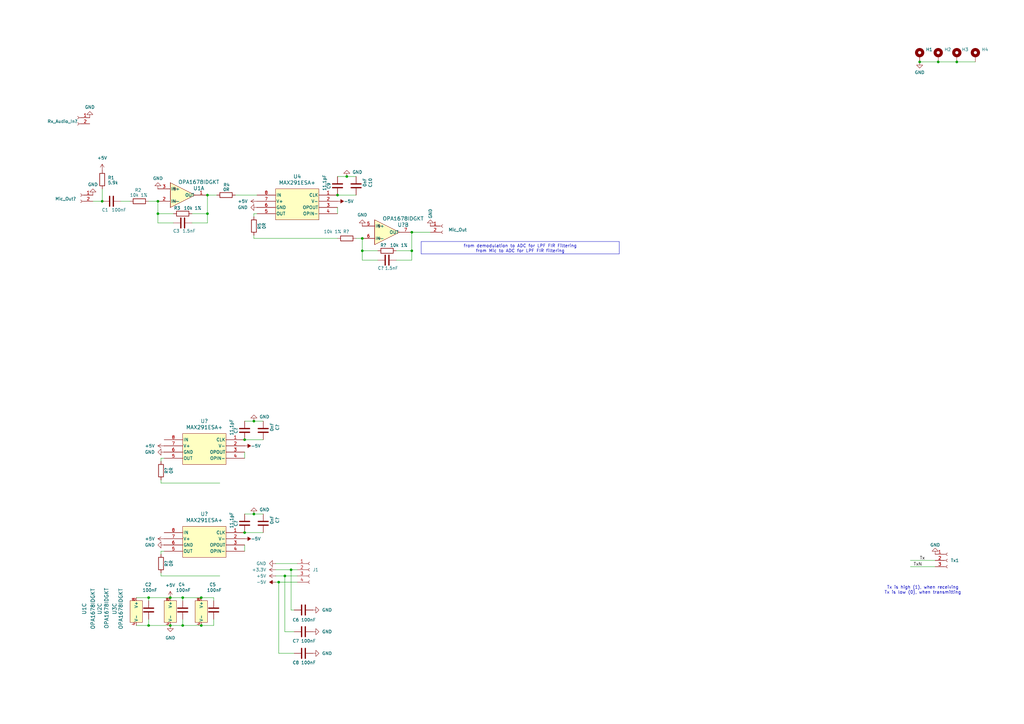
<source format=kicad_sch>
(kicad_sch (version 20231120) (generator "eeschema") (generator_version "8.0")
  (paper "A3")
  (title_block (title "Phasor Radio: Aliasing ") (date "2024-12-13") (rev "Aliasing v1.0") (company "Stefan Meyre, HB9GZE") (comment 1 "helper board for ADC signal conditioning and DAC switching"))
  (junction (at 577.85 118.11))
  (junction (at 74.93 256.54))
  (junction (at 100.33 218.44))
  (junction (at 85.09 87.63))
  (junction (at 60.96 256.54))
  (junction (at 528.32 -167.64))
  (junction (at 392.43 25.4))
  (junction (at 537.21 109.22))
  (junction (at 148.59 102.87))
  (junction (at 584.2 212.09))
  (junction (at 502.92 -167.64))
  (junction (at 516.89 44.45))
  (junction (at 74.93 245.11))
  (junction (at 476.25 16.51))
  (junction (at 537.21 138.43))
  (junction (at 100.33 180.34))
  (junction (at 138.43 80.01))
  (junction (at 553.72 -215.9))
  (junction (at 553.72 -208.28))
  (junction (at 384.81 25.4))
  (junction (at 168.91 102.87))
  (junction (at 116.84 236.22))
  (junction (at 566.42 -195.58))
  (junction (at 476.25 33.02))
  (junction (at 528.32 -162.56))
  (junction (at 69.85 245.11))
  (junction (at 85.09 80.01))
  (junction (at 514.35 -45.72))
  (junction (at 557.53 118.11))
  (junction (at 104.14 172.72))
  (junction (at 82.55 256.54))
  (junction (at 515.62 -107.95))
  (junction (at 82.55 245.11))
  (junction (at 142.24 72.39))
  (junction (at 557.53 147.32))
  (junction (at 69.85 256.54))
  (junction (at 588.01 212.09))
  (junction (at 553.72 -223.52))
  (junction (at 119.38 233.68))
  (junction (at 64.77 82.55))
  (junction (at 168.91 95.25))
  (junction (at 577.85 109.22))
  (junction (at 516.89 93.98))
  (junction (at 495.3 -107.95))
  (junction (at 544.83 -195.58))
  (junction (at 148.59 97.79))
  (junction (at 594.36 21.59))
  (junction (at 41.91 82.55))
  (junction (at 584.2 219.71))
  (junction (at 514.35 -39.37))
  (junction (at 577.85 147.32))
  (junction (at 377.19 25.4))
  (junction (at 549.91 -146.05))
  (junction (at 515.62 -113.03))
  (junction (at 535.94 -96.52))
  (junction (at 541.02 -146.05))
  (junction (at 476.25 66.04))
  (junction (at 548.64 -215.9))
  (junction (at 541.02 -152.4))
  (junction (at 506.73 -39.37))
  (junction (at 476.25 83.82))
  (junction (at 598.17 111.76))
  (junction (at 598.17 140.97))
  (junction (at 60.96 245.11))
  (junction (at 577.85 138.43))
  (junction (at 114.3 238.76))
  (junction (at 104.14 210.82))
  (junction (at 64.77 87.63))
  (junction (at 504.19 104.14))
  (no_connect (at 491.49 31.75))
  (no_connect (at 491.49 81.28))
  (no_connect (at 516.89 39.37))
  (no_connect (at 516.89 81.28))
  (no_connect (at 516.89 83.82))
  (no_connect (at 516.89 88.9))
  (no_connect (at 516.89 31.75))
  (no_connect (at 516.89 34.29))
  (wire (pts (xy 528.32 -165.1) (xy 528.32 -162.56)))
  (wire (pts (xy 495.3 -177.8) (xy 495.3 -180.34)))
  (wire (pts (xy 499.11 -91.44) (xy 495.3 -91.44)))
  (wire (pts (xy 570.23 -205.74) (xy 568.96 -205.74)))
  (wire (pts (xy 113.03 231.14) (xy 121.92 231.14)))
  (wire (pts (xy 585.47 -76.2) (xy 585.47 -69.85)))
  (wire (pts (xy 594.36 21.59) (xy 594.36 24.13)))
  (wire (pts (xy 607.06 140.97) (xy 609.6 140.97)))
  (wire (pts (xy 535.94 -81.28) (xy 535.94 -74.93)))
  (wire (pts (xy 598.17 -205.74) (xy 605.79 -205.74)))
  (wire (pts (xy 168.91 106.68) (xy 168.91 102.87)))
  (wire (pts (xy 598.17 130.81) (xy 598.17 135.89)))
  (wire (pts (xy 585.47 -90.17) (xy 585.47 -86.36)))
  (wire (pts (xy 557.53 118.11) (xy 563.88 118.11)))
  (wire (pts (xy 515.62 -107.95) (xy 538.48 -107.95)))
  (wire (pts (xy 482.6 -107.95) (xy 495.3 -107.95)))
  (wire (pts (xy 549.91 147.32) (xy 557.53 147.32)))
  (wire (pts (xy 599.44 111.76) (xy 598.17 111.76)))
  (wire (pts (xy 566.42 -195.58) (xy 566.42 -187.96)))
  (wire (pts (xy 557.53 140.97) (xy 557.53 147.32)))
  (wire (pts (xy 544.83 -215.9) (xy 544.83 -205.74)))
  (wire (pts (xy 495.3 -91.44) (xy 495.3 -107.95)))
  (wire (pts (xy 495.3 -107.95) (xy 515.62 -107.95)))
  (wire (pts (xy 487.68 73.66) (xy 487.68 83.82)))
  (wire (pts (xy 549.91 118.11) (xy 557.53 118.11)))
  (wire (pts (xy 607.06 111.76) (xy 609.6 111.76)))
  (wire (pts (xy 598.17 101.6) (xy 598.17 106.68)))
  (wire (pts (xy 485.14 -165.1) (xy 502.92 -165.1)))
  (wire (pts (xy 113.03 233.68) (xy 119.38 233.68)))
  (wire (pts (xy 577.85 212.09) (xy 584.2 212.09)))
  (wire (pts (xy 472.44 83.82) (xy 476.25 83.82)))
  (wire (pts (xy 516.89 44.45) (xy 521.97 44.45)))
  (wire (pts (xy 617.22 140.97) (xy 619.76 140.97)))
  (wire (pts (xy 598.17 111.76) (xy 598.17 118.11)))
  (wire (pts (xy 55.88 256.54) (xy 60.96 256.54)))
  (wire (pts (xy 570.23 -198.12) (xy 568.96 -198.12)))
  (wire (pts (xy 544.83 93.98) (xy 544.83 24.13)))
  (wire (pts (xy 528.32 -162.56) (xy 528.32 -160.02)))
  (wire (pts (xy 549.91 -83.82) (xy 558.8 -83.82)))
  (wire (pts (xy 85.09 87.63) (xy 85.09 80.01)))
  (wire (pts (xy 548.64 -208.28) (xy 553.72 -208.28)))
  (wire (pts (xy 492.76 -73.66) (xy 539.75 -73.66)))
  (wire (pts (xy 66.04 198.12) (xy 90.17 198.12)))
  (wire (pts (xy 530.86 73.66) (xy 516.89 73.66)))
  (wire (pts (xy 501.65 54.61) (xy 504.19 54.61)))
  (wire (pts (xy 584.2 219.71) (xy 588.01 219.71)))
  (wire (pts (xy 581.66 -102.87) (xy 574.04 -102.87)))
  (wire (pts (xy 148.59 102.87) (xy 154.94 102.87)))
  (wire (pts (xy 566.42 -195.58) (xy 570.23 -195.58)))
  (wire (pts (xy 585.47 -111.76) (xy 585.47 -107.95)))
  (wire (pts (xy 544.83 -198.12) (xy 544.83 -195.58)))
  (wire (pts (xy 516.89 68.58) (xy 565.15 68.58)))
  (wire (pts (xy 162.56 106.68) (xy 168.91 106.68)))
  (wire (pts (xy 584.2 -36.83) (xy 584.2 -34.29)))
  (wire (pts (xy 74.93 254) (xy 74.93 256.54)))
  (wire (pts (xy 514.35 -45.72) (xy 514.35 -39.37)))
  (wire (pts (xy 69.85 245.11) (xy 74.93 245.11)))
  (wire (pts (xy 497.84 -21.59) (xy 504.19 -21.59)))
  (wire (pts (xy 617.22 111.76) (xy 619.76 111.76)))
  (wire (pts (xy 541.02 -143.51) (xy 541.02 -134.62)))
  (wire (pts (xy 476.25 66.04) (xy 480.06 66.04)))
  (wire (pts (xy 571.5 118.11) (xy 577.85 118.11)))
  (wire (pts (xy 487.68 33.02) (xy 487.68 24.13)))
  (wire (pts (xy 116.84 236.22) (xy 121.92 236.22)))
  (wire (pts (xy 87.63 246.38) (xy 87.63 245.11)))
  (wire (pts (xy 373.38 229.87) (xy 383.54 229.87)))
  (wire (pts (xy 491.49 -93.98) (xy 499.11 -93.98)))
  (wire (pts (xy 104.14 97.79) (xy 138.43 97.79)))
  (wire (pts (xy 537.21 16.51) (xy 516.89 16.51)))
  (wire (pts (xy 66.04 198.12) (xy 66.04 196.85)))
  (wire (pts (xy 87.63 254) (xy 87.63 256.54)))
  (wire (pts (xy 568.96 -203.2) (xy 570.23 -203.2)))
  (wire (pts (xy 491.49 -74.93) (xy 491.49 -93.98)))
  (wire (pts (xy 85.09 91.44) (xy 85.09 87.63)))
  (wire (pts (xy 66.04 236.22) (xy 66.04 234.95)))
  (wire (pts (xy 107.95 210.82) (xy 104.14 210.82)))
  (wire (pts (xy 78.74 87.63) (xy 85.09 87.63)))
  (wire (pts (xy 595.63 -229.87) (xy 595.63 -226.06)))
  (wire (pts (xy 557.53 147.32) (xy 563.88 147.32)))
  (wire (pts (xy 537.21 16.51) (xy 537.21 109.22)))
  (wire (pts (xy 74.93 245.11) (xy 82.55 245.11)))
  (wire (pts (xy 468.63 -20.32) (xy 471.17 -20.32)))
  (wire (pts (xy 535.94 -83.82) (xy 542.29 -83.82)))
  (wire (pts (xy 571.5 147.32) (xy 577.85 147.32)))
  (wire (pts (xy 66.04 187.96) (xy 67.31 187.96)))
  (wire (pts (xy 100.33 210.82) (xy 104.14 210.82)))
  (wire (pts (xy 516.89 93.98) (xy 516.89 96.52)))
  (wire (pts (xy 64.77 82.55) (xy 64.77 87.63)))
  (wire (pts (xy 113.03 238.76) (xy 114.3 238.76)))
  (wire (pts (xy 495.3 -34.29) (xy 504.19 -34.29)))
  (wire (pts (xy 577.85 118.11) (xy 577.85 109.22)))
  (wire (pts (xy 496.57 -160.02) (xy 502.92 -160.02)))
  (wire (pts (xy 537.21 138.43) (xy 524.51 138.43)))
  (wire (pts (xy 146.05 97.79) (xy 148.59 97.79)))
  (wire (pts (xy 495.3 -170.18) (xy 495.3 -167.64)))
  (wire (pts (xy 514.35 -113.03) (xy 515.62 -113.03)))
  (wire (pts (xy 582.93 118.11) (xy 577.85 118.11)))
  (wire (pts (xy 487.68 66.04) (xy 491.49 66.04)))
  (wire (pts (xy 528.32 -177.8) (xy 528.32 -167.64)))
  (wire (pts (xy 544.83 -215.9) (xy 548.64 -215.9)))
  (wire (pts (xy 392.43 25.4) (xy 400.05 25.4)))
  (wire (pts (xy 138.43 72.39) (xy 142.24 72.39)))
  (wire (pts (xy 598.17 -193.04) (xy 598.17 -187.96)))
  (wire (pts (xy 514.35 -39.37) (xy 519.43 -39.37)))
  (wire (pts (xy 148.59 102.87) (xy 148.59 106.68)))
  (wire (pts (xy 537.21 147.32) (xy 537.21 138.43)))
  (wire (pts (xy 542.29 -146.05) (xy 541.02 -146.05)))
  (wire (pts (xy 41.91 77.47) (xy 41.91 82.55)))
  (wire (pts (xy 114.3 267.97) (xy 120.65 267.97)))
  (wire (pts (xy 60.96 245.11) (xy 69.85 245.11)))
  (wire (pts (xy 168.91 95.25) (xy 176.53 95.25)))
  (wire (pts (xy 537.21 118.11) (xy 542.29 118.11)))
  (wire (pts (xy 524.51 -195.58) (xy 537.21 -195.58)))
  (wire (pts (xy 516.89 93.98) (xy 521.97 93.98)))
  (wire (pts (xy 584.2 212.09) (xy 588.01 212.09)))
  (wire (pts (xy 535.94 -96.52) (xy 535.94 -93.98)))
  (wire (pts (xy 530.86 124.46) (xy 530.86 73.66)))
  (wire (pts (xy 497.84 -5.08) (xy 497.84 -21.59)))
  (wire (pts (xy 516.89 91.44) (xy 516.89 93.98)))
  (wire (pts (xy 488.95 -83.82) (xy 499.11 -83.82)))
  (wire (pts (xy 60.96 245.11) (xy 60.96 246.38)))
  (wire (pts (xy 541.02 -143.51) (xy 537.21 -143.51)))
  (wire (pts (xy 113.03 236.22) (xy 116.84 236.22)))
  (wire (pts (xy 595.63 -226.06) (xy 601.98 -226.06)))
  (wire (pts (xy 119.38 233.68) (xy 121.92 233.68)))
  (wire (pts (xy 577.85 138.43) (xy 577.85 147.32)))
  (wire (pts (xy 561.34 -208.28) (xy 570.23 -208.28)))
  (wire (pts (xy 476.25 33.02) (xy 480.06 33.02)))
  (wire (pts (xy 544.83 24.13) (xy 516.89 24.13)))
  (wire (pts (xy 74.93 256.54) (xy 82.55 256.54)))
  (wire (pts (xy 116.84 236.22) (xy 116.84 259.08)))
  (wire (pts (xy 577.85 109.22) (xy 577.85 93.98)))
  (wire (pts (xy 107.95 172.72) (xy 104.14 172.72)))
  (wire (pts (xy 599.44 -195.58) (xy 598.17 -195.58)))
  (wire (pts (xy 472.44 33.02) (xy 476.25 33.02)))
  (wire (pts (xy 516.89 66.04) (xy 524.51 66.04)))
  (wire (pts (xy 561.34 -195.58) (xy 566.42 -195.58)))
  (wire (pts (xy 60.96 82.55) (xy 64.77 82.55)))
  (wire (pts (xy 581.66 -81.28) (xy 574.04 -81.28)))
  (wire (pts (xy 577.85 138.43) (xy 577.85 124.46)))
  (wire (pts (xy 541.02 -152.4) (xy 541.02 -146.05)))
  (wire (pts (xy 553.72 -223.52) (xy 598.17 -223.52)))
  (wire (pts (xy 570.23 -200.66) (xy 568.96 -200.66)))
  (wire (pts (xy 502.92 -167.64) (xy 502.92 -177.8)))
  (wire (pts (xy 64.77 87.63) (xy 64.77 91.44)))
  (wire (pts (xy 100.33 185.42) (xy 100.33 187.96)))
  (wire (pts (xy 66.04 236.22) (xy 90.17 236.22)))
  (wire (pts (xy 492.76 -86.36) (xy 492.76 -73.66)))
  (wire (pts (xy 542.29 147.32) (xy 537.21 147.32)))
  (wire (pts (xy 598.17 118.11) (xy 590.55 118.11)))
  (wire (pts (xy 585.47 21.59) (xy 594.36 21.59)))
  (wire (pts (xy 598.17 140.97) (xy 598.17 147.32)))
  (wire (pts (xy 529.59 -31.75) (xy 543.56 -31.75)))
  (wire (pts (xy 116.84 259.08) (xy 120.65 259.08)))
  (wire (pts (xy 491.49 73.66) (xy 487.68 73.66)))
  (wire (pts (xy 476.25 -55.88) (xy 495.3 -55.88)))
  (wire (pts (xy 373.38 232.41) (xy 383.54 232.41)))
  (wire (pts (xy 537.21 109.22) (xy 537.21 118.11)))
  (wire (pts (xy 38.1 82.55) (xy 41.91 82.55)))
  (wire (pts (xy 487.68 16.51) (xy 491.49 16.51)))
  (wire (pts (xy 481.33 -83.82) (xy 474.98 -83.82)))
  (wire (pts (xy 502.92 -177.8) (xy 511.81 -177.8)))
  (wire (pts (xy 501.65 104.14) (xy 504.19 104.14)))
  (wire (pts (xy 107.95 218.44) (xy 100.33 218.44)))
  (wire (pts (xy 577.85 124.46) (xy 530.86 124.46)))
  (wire (pts (xy 516.89 44.45) (xy 516.89 46.99)))
  (wire (pts (xy 527.05 -134.62) (xy 541.02 -134.62)))
  (wire (pts (xy 100.33 223.52) (xy 100.33 226.06)))
  (wire (pts (xy 119.38 250.19) (xy 119.38 233.68)))
  (wire (pts (xy 598.17 -200.66) (xy 599.44 -200.66)))
  (wire (pts (xy 85.09 80.01) (xy 88.9 80.01)))
  (wire (pts (xy 535.94 -96.52) (xy 541.02 -96.52)))
  (wire (pts (xy 557.53 101.6) (xy 557.53 106.68)))
  (wire (pts (xy 78.74 91.44) (xy 85.09 91.44)))
  (wire (pts (xy 495.3 -55.88) (xy 495.3 -34.29)))
  (wire (pts (xy 82.55 245.11) (xy 87.63 245.11)))
  (wire (pts (xy 497.84 -134.62) (xy 519.43 -134.62)))
  (wire (pts (xy 60.96 254) (xy 60.96 256.54)))
  (wire (pts (xy 55.88 245.11) (xy 60.96 245.11)))
  (wire (pts (xy 548.64 -215.9) (xy 553.72 -215.9)))
  (wire (pts (xy 504.19 -19.05) (xy 504.19 -2.54)))
  (wire (pts (xy 557.53 111.76) (xy 557.53 118.11)))
  (wire (pts (xy 524.51 138.43) (xy 524.51 66.04)))
  (wire (pts (xy 553.72 -195.58) (xy 544.83 -195.58)))
  (wire (pts (xy 542.29 -152.4) (xy 541.02 -152.4)))
  (wire (pts (xy 107.95 180.34) (xy 100.33 180.34)))
  (wire (pts (xy 539.75 -91.44) (xy 535.94 -91.44)))
  (wire (pts (xy 146.05 80.01) (xy 138.43 80.01)))
  (wire (pts (xy 66.04 226.06) (xy 66.04 227.33)))
  (wire (pts (xy 69.85 256.54) (xy 74.93 256.54)))
  (wire (pts (xy 541.02 -153.67) (xy 541.02 -152.4)))
  (wire (pts (xy 519.43 -177.8) (xy 528.32 -177.8)))
  (wire (pts (xy 472.44 66.04) (xy 476.25 66.04)))
  (wire (pts (xy 494.03 -162.56) (xy 502.92 -162.56)))
  (wire (pts (xy 549.91 -152.4) (xy 549.91 -146.05)))
  (wire (pts (xy 577.85 93.98) (xy 544.83 93.98)))
  (wire (pts (xy 499.11 -86.36) (xy 492.76 -86.36)))
  (wire (pts (xy 496.57 -160.02) (xy 496.57 -157.48)))
  (wire (pts (xy 541.02 -146.05) (xy 537.21 -146.05)))
  (wire (pts (xy 100.33 172.72) (xy 104.14 172.72)))
  (wire (pts (xy 585.47 -97.79) (xy 585.47 -93.98)))
  (wire (pts (xy 162.56 102.87) (xy 168.91 102.87)))
  (wire (pts (xy 515.62 -113.03) (xy 516.89 -113.03)))
  (wire (pts (xy 64.77 87.63) (xy 71.12 87.63)))
  (wire (pts (xy 516.89 41.91) (xy 516.89 44.45)))
  (wire (pts (xy 539.75 -73.66) (xy 539.75 -91.44)))
  (wire (pts (xy 599.44 -198.12) (xy 598.17 -198.12)))
  (wire (pts (xy 377.19 25.4) (xy 384.81 25.4)))
  (wire (pts (xy 598.17 -187.96) (xy 566.42 -187.96)))
  (wire (pts (xy 506.73 -45.72) (xy 506.73 -39.37)))
  (wire (pts (xy 487.68 24.13) (xy 491.49 24.13)))
  (wire (pts (xy 104.14 87.63) (xy 105.41 87.63)))
  (wire (pts (xy 168.91 102.87) (xy 168.91 95.25)))
  (wire (pts (xy 516.89 26.67) (xy 565.15 26.67)))
  (wire (pts (xy 515.62 -113.03) (xy 515.62 -107.95)))
  (wire (pts (xy 591.82 -31.75) (xy 604.52 -31.75)))
  (wire (pts (xy 495.3 -167.64) (xy 502.92 -167.64)))
  (wire (pts (xy 138.43 85.09) (xy 138.43 87.63)))
  (wire (pts (xy 114.3 238.76) (xy 121.92 238.76)))
  (wire (pts (xy 104.14 97.79) (xy 104.14 96.52)))
  (wire (pts (xy 495.3 -20.32) (xy 495.3 -29.21)))
  (wire (pts (xy 66.04 187.96) (xy 66.04 189.23)))
  (wire (pts (xy 516.89 76.2) (xy 565.15 76.2)))
  (wire (pts (xy 577.85 147.32) (xy 582.93 147.32)))
  (wire (pts (xy 476.25 -20.32) (xy 495.3 -20.32)))
  (wire (pts (xy 96.52 80.01) (xy 105.41 80.01)))
  (wire (pts (xy 104.14 87.63) (xy 104.14 88.9)))
  (wire (pts (xy 384.81 25.4) (xy 392.43 25.4)))
  (wire (pts (xy 598.17 -223.52) (xy 598.17 -210.82)))
  (wire (pts (xy 486.41 -180.34) (xy 495.3 -180.34)))
  (wire (pts (xy 66.04 226.06) (xy 67.31 226.06)))
  (wire (pts (xy 599.44 140.97) (xy 598.17 140.97)))
  (wire (pts (xy 148.59 97.79) (xy 148.59 102.87)))
  (wire (pts (xy 74.93 245.11) (xy 74.93 246.38)))
  (wire (pts (xy 516.89 19.05) (xy 565.15 19.05)))
  (wire (pts (xy 148.59 106.68) (xy 154.94 106.68)))
  (wire (pts (xy 538.48 -88.9) (xy 538.48 -107.95)))
  (wire (pts (xy 598.17 147.32) (xy 590.55 147.32)))
  (wire (pts (xy 87.63 256.54) (xy 82.55 256.54)))
  (wire (pts (xy 146.05 72.39) (xy 142.24 72.39)))
  (wire (pts (xy 504.19 -29.21) (xy 495.3 -29.21)))
  (wire (pts (xy 598.17 -229.87) (xy 601.98 -229.87)))
  (wire (pts (xy 496.57 -149.86) (xy 496.57 -146.05)))
  (wire (pts (xy 514.35 -49.53) (xy 514.35 -45.72)))
  (wire (pts (xy 472.44 16.51) (xy 476.25 16.51)))
  (wire (pts (xy 476.25 16.51) (xy 480.06 16.51)))
  (wire (pts (xy 120.65 250.19) (xy 119.38 250.19)))
  (wire (pts (xy 64.77 91.44) (xy 71.12 91.44)))
  (wire (pts (xy 535.94 -74.93) (xy 491.49 -74.93)))
  (wire (pts (xy 599.44 -203.2) (xy 598.17 -203.2)))
  (wire (pts (xy 114.3 238.76) (xy 114.3 267.97)))
  (wire (pts (xy 49.53 82.55) (xy 53.34 82.55)))
  (wire (pts (xy 476.25 83.82) (xy 480.06 83.82)))
  (wire (pts (xy 557.53 130.81) (xy 557.53 135.89)))
  (wire (pts (xy 60.96 256.54) (xy 69.85 256.54)))
  (wire (pts (xy 535.94 -88.9) (xy 538.48 -88.9)))
  (text_box "from demodulation to ADC for LPF FIR Filtering\nfrom Mic to ADC for LPF FIR filtering" (at 172.72 99.06 0) (size 81.28 5.08) (effects (font (size 1.27 1.27)) (justify top)))
  (text "instead of 4x 1uF use 47R" (at 484.124 8.89 0) (effects (font (size 1.27 1.27))))
  (text "Tx is high (1), when receiving\nTx is low (0), when transmitting" (at 378.46 242.062 0) (effects (font (size 1.27 1.27))))
  (label "3" (at 568.96 -203.2 0))
  (label "3" (at 472.44 83.82 0))
  (label "RF_IN_OUT" (at 494.03 -162.56 0))
  (label "S1" (at 585.47 -74.93 270))
  (label "1" (at 568.96 -198.12 0))
  (label "S0" (at 601.98 -205.74 0))
  (label "Clk_S0" (at 575.31 -81.28 0))
  (label "Clk_S1" (at 575.31 -102.87 0))
  (label "2" (at 568.96 -200.66 0))
  (label "1" (at 599.44 -226.06 0))
  (label "TxN" (at 486.41 -180.34 0))
  (label "Tx" (at 521.97 44.45 180))
  (label "RF_Out" (at 504.19 -134.62 0))
  (label "+2.5V" (at 557.53 135.89 90))
  (label "+2.5V" (at 598.17 135.89 90))
  (label "S0" (at 585.47 -110.49 270))
  (label "SI5351CLK" (at 594.36 -31.75 0))
  (label "+2.5V" (at 598.17 106.68 90))
  (label "1" (at 472.44 16.51 0))
  (label "Clk_S0" (at 553.72 -83.82 0))
  (label "Tx" (at 521.97 93.98 180))
  (label "2" (at 472.44 66.04 0))
  (label "4" (at 472.44 33.02 0))
  (label "RawClk" (at 530.86 -31.75 0))
  (label "TxN" (at 374.65 232.41 0))
  (label "RF_IN_OUT" (at 524.51 -195.58 0))
  (label "S1" (at 585.47 -96.52 270))
  (label "RF_In" (at 485.14 -165.1 0))
  (label "4" (at 568.96 -205.74 0))
  (label "4" (at 598.17 -203.2 0))
  (label "+2.5V" (at 577.85 212.09 0))
  (label "S1" (at 561.34 -208.28 0))
  (label "2" (at 598.17 -198.12 0))
  (label "Clk_S1" (at 474.98 -83.82 0))
  (label "3" (at 598.17 -200.66 0))
  (label "SI5351CLK" (at 483.87 -107.95 0))
  (label "S0" (at 585.47 -88.9 270))
  (label "+2.5V" (at 557.53 106.68 90))
  (label "3" (at 599.44 -229.87 0))
  (label "Tx" (at 377.19 229.87 0))
  (label "1" (at 598.17 -195.58 0))
  (symbol (lib_id "Device:R") (at 495.3 -173.99 180) (unit 1)
    (property "Reference" "R11" (at 497.84 -174.244 90))
    (property "Value" "0R" (at 499.872 -173.99 90))
    (property "Footprint" "Resistor_SMD:R_0603_1608Metric_Pad0.98x0.95mm_HandSolder" (effects (hide yes)))
    (property "Description" "Resistor" (effects (hide yes)))
  )
  (symbol (lib_id "Connector:Conn_01x02_Socket") (at 31.75 48.26 0) (mirror y) (unit 1)
    (property "Reference" "Rx_Audio_In?" (at 25.654 49.784 0))
    (property "Value" "Conn_01x02_Socket" (effects (hide yes)))
    (property "Footprint" "Connector_JST:JST_EH_B2B-EH-A_1x02_P2.50mm_Vertical" (effects (hide yes)))
  )
  (symbol (lib_id "power:GND") (at 69.85 256.54 0) (unit 1)
    (property "Reference" "#PWR05" (effects (hide yes)))
    (property "Value" "GND" (at 69.85 261.62 0))
    (property "Description" "Power symbol creates a global label with name \"GND\" , ground" (effects (hide yes)))
  )
  (symbol (lib_id "power:GND") (at 64.77 77.47 180) (unit 1)
    (property "Reference" "#PWR03" (effects (hide yes)))
    (property "Value" "GND" (at 64.77 73.152 0))
    (property "Description" "Power symbol creates a global label with name \"GND\" , ground" (effects (hide yes)))
  )
  (symbol (lib_id "power:+5V") (at 105.41 82.55 90) (mirror x) (unit 1)
    (property "Reference" "#PWR06" (effects (hide yes)))
    (property "Value" "+5V" (at 101.6 82.55 90) (effects (justify left)))
  )
  (symbol (lib_id "power:GND") (at 36.83 48.26 180) (unit 1)
    (property "Reference" "#PWR070" (effects (hide yes)))
    (property "Value" "GND" (at 36.83 43.942 0))
    (property "Description" "Power symbol creates a global label with name \"GND\" , ground" (effects (hide yes)))
  )
  (symbol (lib_id "Mechanical:MountingHole_Pad") (at 377.19 22.86 0) (unit 1)
    (property "Reference" "H1" (at 379.73 20.3199 0) (effects (justify left)))
    (property "Value" "MountingHole_Pad" (effects (hide yes)))
    (property "Footprint" "MountingHole:MountingHole_2.7mm_M2.5_DIN965_Pad_TopBottom" (effects (hide yes)))
    (property "Description" "Mounting Hole with connection" (effects (hide yes)))
  )
  (symbol (lib_id "power:+5V") (at 588.01 204.47 0) (unit 1)
    (property "Reference" "#PWR053" (effects (hide yes)))
    (property "Value" "+5V" (at 588.01 199.39 0))
    (property "Description" "Power symbol creates a global label with name \"+5V\"" (effects (hide yes)))
  )
  (symbol (lib_id "Device:R") (at 485.14 -83.82 270) (unit 1)
    (property "Reference" "R10" (at 485.14 -90.17 90))
    (property "Value" "100R" (at 485.14 -87.63 90))
    (property "Footprint" "Resistor_SMD:R_0603_1608Metric_Pad0.98x0.95mm_HandSolder" (effects (hide yes)))
    (property "Description" "Resistor" (effects (hide yes)))
  )
  (symbol (lib_id "Jumper:SolderJumper_3_Open") (at 585.47 -102.87 270) (unit 1) (exclude_from_sim yes) (in_bom no)
    (property "Reference" "JP1" (at 588.518 -103.124 0))
    (property "Value" "SolderJumper_3_Open" (effects (hide yes)))
    (property "Footprint" "Jumper:SolderJumper-3_P1.3mm_Open_Pad1.0x1.5mm_NumberLabels" (effects (hide yes)))
    (property "Description" "Solder Jumper, 3-pole, open" (effects (hide yes)))
  )
  (symbol (lib_id "Device:L") (at 544.83 -201.93 0) (unit 1)
    (property "Reference" "L2" (at 546.1 -203.2001 0) (effects (justify left)))
    (property "Value" "100u" (at 546.1 -200.6601 0) (effects (justify left)))
    (property "Footprint" "Inductor_SMD:L_0805_2012Metric_Pad1.15x1.40mm_HandSolder" (effects (hide yes)))
    (property "Description" "Inductor" (effects (hide yes)))
  )
  (symbol (lib_id "Device:R") (at 567.69 147.32 90) (unit 1)
    (property "Reference" "R23" (at 562.102 144.78 90))
    (property "Value" "10k 1%" (at 569.214 144.78 90))
    (property "Footprint" "Resistor_SMD:R_0603_1608Metric_Pad0.98x0.95mm_HandSolder" (effects (hide yes)))
    (property "Description" "Resistor" (effects (hide yes)))
  )
  (symbol (lib_id "power:GND") (at 128.27 250.19 90) (unit 1)
    (property "Reference" "#PWR013" (effects (hide yes)))
    (property "Value" "GND" (at 132.08 250.1899 90) (effects (justify right)))
    (property "Description" "Power symbol creates a global label with name \"GND\" , ground" (effects (hide yes)))
  )
  (symbol (lib_id "Device:R") (at 158.75 102.87 90) (unit 1)
    (property "Reference" "R?" (at 157.226 100.584 90))
    (property "Value" "10k 1%" (at 163.576 100.584 90))
    (property "Footprint" "Resistor_SMD:R_0603_1608Metric_Pad0.98x0.95mm_HandSolder" (effects (hide yes)))
    (property "Description" "Resistor" (effects (hide yes)))
  )
  (symbol (lib_id "Device:C") (at 87.63 250.19 180) (unit 1)
    (property "Reference" "C5" (at 85.852 239.776 0) (effects (justify right)))
    (property "Value" "100nF" (at 84.836 242.062 0) (effects (justify right)))
    (property "Footprint" "Capacitor_SMD:C_0603_1608Metric_Pad1.08x0.95mm_HandSolder" (effects (hide yes)))
    (property "Description" "Unpolarized capacitor" (effects (hide yes)))
  )
  (symbol (lib_id "power:GND") (at 497.84 -132.08 0) (unit 1)
    (property "Reference" "#PWR025" (effects (hide yes)))
    (property "Value" "GND" (at 497.84 -127 0))
    (property "Description" "Power symbol creates a global label with name \"GND\" , ground" (effects (hide yes)))
  )
  (symbol (lib_id "power:GND") (at 598.17 -208.28 90) (unit 1)
    (property "Reference" "#PWR057" (effects (hide yes)))
    (property "Value" "GND" (at 600.964 -210.82 90))
    (property "Description" "Power symbol creates a global label with name \"GND\" , ground" (effects (hide yes)))
  )
  (symbol (lib_id "Device:R") (at 510.54 -113.03 270) (unit 1)
    (property "Reference" "R12" (at 510.54 -117.602 90))
    (property "Value" "10k" (at 510.54 -115.316 90))
    (property "Footprint" "Resistor_SMD:R_0603_1608Metric_Pad0.98x0.95mm_HandSolder" (effects (hide yes)))
    (property "Description" "Resistor" (effects (hide yes)))
  )
  (symbol (lib_id "power:GND") (at 476.25 40.64 0) (unit 1)
    (property "Reference" "#PWR020" (effects (hide yes)))
    (property "Value" "GND" (at 476.25 44.45 0))
    (property "Description" "Power symbol creates a global label with name \"GND\" , ground" (effects (hide yes)))
  )
  (symbol (lib_id "power:+3.3V") (at 113.03 233.68 90) (unit 1)
    (property "Reference" "#PWR09" (effects (hide yes)))
    (property "Value" "+3.3V" (at 109.22 233.6799 90) (effects (justify left)))
  )
  (symbol (lib_id "power:+5V") (at 535.94 -86.36 270) (unit 1)
    (property "Reference" "#PWR040" (effects (hide yes)))
    (property "Value" "+5V" (at 539.75 -86.3601 90) (effects (justify left)))
    (property "Description" "Power symbol creates a global label with name \"+5V\"" (effects (hide yes)))
  )
  (symbol (lib_id "Device:C") (at 100.33 214.63 0) (mirror x) (unit 1)
    (property "Reference" "C?" (at 96.7475 214.6645 90))
    (property "Value" "11.1pF" (at 94.996 213.36 90))
    (property "Footprint" "Capacitor_SMD:C_0805_2012Metric_Pad1.18x1.45mm_HandSolder" (effects (hide yes)))
  )
  (symbol (lib_id "Device:R") (at 546.1 147.32 90) (unit 1)
    (property "Reference" "R17" (at 540.766 144.78 90))
    (property "Value" "10k 1%" (at 547.624 144.78 90))
    (property "Footprint" "Resistor_SMD:R_0603_1608Metric_Pad0.98x0.95mm_HandSolder" (effects (hide yes)))
    (property "Description" "Resistor" (effects (hide yes)))
  )
  (symbol (lib_id "Device:R") (at 586.74 147.32 90) (unit 1)
    (property "Reference" "R26" (at 581.914 144.78 90))
    (property "Value" "10k 1%" (at 589.28 144.78 90))
    (property "Footprint" "Resistor_SMD:R_0603_1608Metric_Pad0.98x0.95mm_HandSolder" (effects (hide yes)))
    (property "Description" "Resistor" (effects (hide yes)))
  )
  (symbol (lib_id "Device:C") (at 124.46 267.97 270) (unit 1)
    (property "Reference" "C8" (at 122.682 271.78 90) (effects (justify right)))
    (property "Value" "100nF" (at 129.54 271.78 90) (effects (justify right)))
    (property "Footprint" "Capacitor_SMD:C_0603_1608Metric_Pad1.08x0.95mm_HandSolder" (effects (hide yes)))
    (property "Description" "Unpolarized capacitor" (effects (hide yes)))
  )
  (symbol (lib_id "Device:R") (at 92.71 80.01 270) (unit 1)
    (property "Reference" "R4" (at 91.5537 75.8297 90) (effects (justify left)))
    (property "Value" "0R" (at 91.4705 77.7311 90) (effects (justify left)))
    (property "Footprint" "Resistor_SMD:R_0805_2012Metric_Pad1.20x1.40mm_HandSolder" (effects (hide yes)))
  )
  (symbol (lib_id "power:GND") (at 506.73 -113.03 270) (unit 1)
    (property "Reference" "#PWR033" (effects (hide yes)))
    (property "Value" "GND" (at 502.92 -113.03 0))
    (property "Description" "Power symbol creates a global label with name \"GND\" , ground" (effects (hide yes)))
  )
  (symbol (lib_id "power:+5V") (at 535.94 -96.52 0) (unit 1)
    (property "Reference" "#PWR039" (effects (hide yes)))
    (property "Value" "+5V" (at 535.94 -101.6 0))
    (property "Description" "Power symbol creates a global label with name \"+5V\"" (effects (hide yes)))
  )
  (symbol (lib_id "Device:R") (at 546.1 118.11 90) (unit 1)
    (property "Reference" "R16" (at 540.512 115.57 90))
    (property "Value" "10k 1%" (at 547.624 115.57 90))
    (property "Footprint" "Resistor_SMD:R_0603_1608Metric_Pad0.98x0.95mm_HandSolder" (effects (hide yes)))
    (property "Description" "Resistor" (effects (hide yes)))
  )
  (symbol (lib_id "power:GND") (at 594.36 19.05 180) (unit 1)
    (property "Reference" "#PWR056" (effects (hide yes)))
    (property "Value" "GND" (at 594.36 13.97 90))
    (property "Description" "Power symbol creates a global label with name \"GND\" , ground" (effects (hide yes)))
  )
  (symbol (lib_id "power:GND") (at 496.57 -143.51 0) (unit 1)
    (property "Reference" "#PWR024" (effects (hide yes)))
    (property "Value" "GND" (at 496.57 -138.43 0))
    (property "Description" "Power symbol creates a global label with name \"GND\" , ground" (effects (hide yes)))
  )
  (symbol (lib_id "Device:C") (at 124.46 250.19 270) (unit 1)
    (property "Reference" "C6" (at 122.682 254.254 90) (effects (justify right)))
    (property "Value" "100nF" (at 129.54 254.254 90) (effects (justify right)))
    (property "Footprint" "Capacitor_SMD:C_0603_1608Metric_Pad1.08x0.95mm_HandSolder" (effects (hide yes)))
    (property "Description" "Unpolarized capacitor" (effects (hide yes)))
  )
  (symbol (lib_id "Device:R") (at 483.87 66.04 90) (unit 1)
    (property "Reference" "R8" (at 480.06 63.754 90))
    (property "Value" "47R" (at 485.394 63.754 90))
    (property "Footprint" "Resistor_SMD:R_0603_1608Metric_Pad0.98x0.95mm_HandSolder" (effects (hide yes)))
    (property "Description" "Resistor" (effects (hide yes)))
  )
  (symbol (lib_id "power:+5V") (at 584.2 -36.83 0) (unit 1)
    (property "Reference" "#PWR051" (effects (hide yes)))
    (property "Value" "+5V" (at 584.2 -41.91 0))
    (property "Description" "Power symbol creates a global label with name \"+5V\"" (effects (hide yes)))
  )
  (symbol (lib_id "power:GND") (at 619.76 138.43 180) (unit 1)
    (property "Reference" "#PWR059" (effects (hide yes)))
    (property "Value" "GND" (at 619.76 133.35 90))
    (property "Description" "Power symbol creates a global label with name \"GND\" , ground" (effects (hide yes)))
  )
  (symbol (lib_id "Mechanical:MountingHole_Pad") (at 392.43 22.86 0) (unit 1)
    (property "Reference" "H3" (at 394.462 20.32 0) (effects (justify left)))
    (property "Value" "MountingHole_Pad" (effects (hide yes)))
    (property "Footprint" "MountingHole:MountingHole_2.7mm_M2.5_DIN965_Pad_TopBottom" (effects (hide yes)))
    (property "Description" "Mounting Hole with connection" (effects (hide yes)))
  )
  (symbol (lib_id "Private:MAX291ESA+") (at 100.33 218.44 0) (mirror y) (unit 1)
    (property "Reference" "U?" (at 83.82 210.82 0) (effects (font (size 1.524 1.524))))
    (property "Value" "MAX291ESA+" (at 83.82 213.36 0) (effects (font (size 1.524 1.524))))
    (property "Footprint" "Private:MAX291" (effects (hide yes)))
    (property "Datasheet" "MAX291ESA+" (effects (hide yes)))
  )
  (symbol (lib_id "Device:L") (at 553.72 -227.33 0) (unit 1)
    (property "Reference" "L3" (at 554.99 -228.6001 0) (effects (justify left)))
    (property "Value" "100u" (at 554.99 -226.0601 0) (effects (justify left)))
    (property "Footprint" "Inductor_SMD:L_0805_2012Metric_Pad1.15x1.40mm_HandSolder" (effects (hide yes)))
    (property "Description" "Inductor" (effects (hide yes)))
  )
  (symbol (lib_id "power:+3.3V") (at 543.56 -36.83 0) (unit 1)
    (property "Reference" "#PWR042" (effects (hide yes)))
    (property "Value" "+3.3V" (at 543.56 -41.91 0))
  )
  (symbol (lib_id "Device:R") (at 66.04 231.14 0) (mirror x) (unit 1)
    (property "Reference" "R?" (at 68.314 229.8205 90) (effects (justify left)))
    (property "Value" "0R" (at 70.2154 229.7373 90) (effects (justify left)))
    (property "Footprint" "Resistor_SMD:R_0805_2012Metric_Pad1.20x1.40mm_HandSolder" (effects (hide yes)))
  )
  (symbol (lib_id "Device:C") (at 496.57 -153.67 0) (unit 1)
    (property "Reference" "C15" (at 493.014 -152.146 90) (effects (justify right)))
    (property "Value" "100nF" (at 492.76 -158.75 90) (effects (justify right)))
    (property "Footprint" "Capacitor_SMD:C_0603_1608Metric_Pad1.08x0.95mm_HandSolder" (effects (hide yes)))
    (property "Description" "Unpolarized capacitor" (effects (hide yes)))
  )
  (symbol (lib_id "power:GND") (at 476.25 73.66 0) (unit 1)
    (property "Reference" "#PWR021" (effects (hide yes)))
    (property "Value" "GND" (at 476.25 77.47 0))
    (property "Description" "Power symbol creates a global label with name \"GND\" , ground" (effects (hide yes)))
  )
  (symbol (lib_id "Private:MAX291ESA+") (at 138.43 80.01 0) (mirror y) (unit 1)
    (property "Reference" "U4" (at 121.92 72.39 0) (effects (font (size 1.524 1.524))))
    (property "Value" "MAX291ESA+" (at 121.92 74.93 0) (effects (font (size 1.524 1.524))))
    (property "Footprint" "Private:MAX291" (effects (hide yes)))
    (property "Datasheet" "MAX291ESA+" (effects (hide yes)))
  )
  (symbol (lib_id "Device:R") (at 567.69 118.11 90) (unit 1)
    (property "Reference" "R22" (at 561.34 115.57 90))
    (property "Value" "10k 1%" (at 569.214 115.57 90))
    (property "Footprint" "Resistor_SMD:R_0603_1608Metric_Pad0.98x0.95mm_HandSolder" (effects (hide yes)))
    (property "Description" "Resistor" (effects (hide yes)))
  )
  (symbol (lib_id "Connector_Generic:Conn_01x02") (at 492.76 -132.08 180) (unit 1)
    (property "Reference" "RF_Out1" (at 486.664 -133.35 0))
    (property "Value" "Conn_01x02" (effects (hide yes)))
    (property "Footprint" "Connector_PinHeader_2.54mm:PinHeader_1x02_P2.54mm_Vertical" (effects (hide yes)))
    (property "Description" "Generic connector, single row, 01x02, script generated (kicad-library-utils/schlib/autogen/connector/)" (effects (hide yes)))
  )
  (symbol (lib_id "power:GND") (at 383.54 227.33 180) (unit 1)
    (property "Reference" "#PWR017" (effects (hide yes)))
    (property "Value" "GND" (at 383.54 223.52 0))
    (property "Description" "Power symbol creates a global label with name \"GND\" , ground" (effects (hide yes)))
  )
  (symbol (lib_id "Diode:1N4148W") (at 515.62 -177.8 0) (unit 1)
    (property "Reference" "D1" (at 508.254 -180.34 0))
    (property "Value" "1N4148W" (at 516.128 -180.34 0))
    (property "Footprint" "Diode_SMD:D_SOD-123" (effects (hide yes)))
    (property "Datasheet" "https://www.vishay.com/docs/85748/1n4148w.pdf" (effects (hide yes)))
    (property "Description" "75V 0.15A Fast Switching Diode, SOD-123" (effects (hide yes)))
    (property "Sim.Device" "D" (effects (hide yes)))
    (property "Sim.Pins" "1=K 2=A" (effects (hide yes)))
  )
  (symbol (lib_id "power:GND") (at 553.72 -208.28 0) (unit 1)
    (property "Reference" "#PWR048" (effects (hide yes)))
    (property "Value" "GND" (at 553.72 -203.2 0))
    (property "Description" "Power symbol creates a global label with name \"GND\" , ground" (effects (hide yes)))
  )
  (symbol (lib_id "Device:C") (at 74.93 91.44 270) (unit 1)
    (property "Reference" "C3" (at 73.66 94.742 90) (effects (justify right)))
    (property "Value" "1.5nF" (at 80.264 94.742 90) (effects (justify right)))
    (property "Footprint" "Capacitor_SMD:C_0603_1608Metric_Pad1.08x0.95mm_HandSolder" (effects (hide yes)))
    (property "Description" "Unpolarized capacitor" (effects (hide yes)))
  )
  (symbol (lib_id "Private:OPA1678IDGKT") (at 588.01 137.16 180) (unit 1)
    (property "Reference" "U3" (at 585.978 134.112 0) (effects (font (size 1.524 1.524))))
    (property "Value" "OPA1678IDGKT" (at 584.962 131.826 0) (effects (font (size 1.524 1.524))))
    (property "Footprint" "Private:OPA1678_L" (effects (hide yes)))
    (property "Datasheet" "OPA1678IDGKT" (effects (hide yes)))
  )
  (symbol (lib_id "power:GND") (at 105.41 85.09 270) (mirror x) (unit 1)
    (property "Reference" "#PWR07" (effects (hide yes)))
    (property "Value" "GND" (at 101.6 85.09 90) (effects (justify right)))
  )
  (symbol (lib_name "4053_1") (lib_id "4xxx:4053") (at 504.19 81.28 0) (mirror y) (unit 1)
    (property "Reference" "U5" (at 501.9959 58.42 0) (effects (justify left)))
    (property "Value" "4053" (at 501.9959 60.96 0) (effects (justify left)))
    (property "Footprint" "Private:TSSOP16_5P1X4P5_NEX" (effects (hide yes)))
    (property "Datasheet" "http://www.intersil.com/content/dam/Intersil/documents/cd40/cd4051bms-52bms-53bms.pdf" (effects (hide yes)))
    (property "Description" "Triple analog Multiplexer 2 to 1 line" (effects (hide yes)))
  )
  (symbol (lib_id "Jumper:SolderJumper_3_Open") (at 585.47 -81.28 270) (unit 1) (exclude_from_sim yes) (in_bom no)
    (property "Reference" "JP2" (at 588.518 -81.534 0))
    (property "Value" "SolderJumper_3_Open" (effects (hide yes)))
    (property "Footprint" "Jumper:SolderJumper-3_P1.3mm_Open_Pad1.0x1.5mm_NumberLabels" (effects (hide yes)))
    (property "Description" "Solder Jumper, 3-pole, open" (effects (hide yes)))
  )
  (symbol (lib_id "power:GND") (at 504.19 104.14 90) (unit 1)
    (property "Reference" "#PWR032" (effects (hide yes)))
    (property "Value" "GND" (at 509.27 104.14 90))
    (property "Description" "Power symbol creates a global label with name \"GND\" , ground" (effects (hide yes)))
  )
  (symbol (lib_id "Connector_Generic:Conn_01x03") (at 595.63 -234.95 90) (unit 1)
    (property "Reference" "IQ_Balance1" (at 599.948 -237.744 90) (effects (justify left)))
    (property "Value" "Conn_01x03" (effects (hide yes)))
    (property "Footprint" "Connector_PinHeader_1.00mm:PinHeader_1x03_P1.00mm_Vertical" (effects (hide yes)))
    (property "Description" "Generic connector, single row, 01x03, script generated (kicad-library-utils/schlib/autogen/connector/)" (effects (hide yes)))
  )
  (symbol (lib_id "power:+5V") (at 504.19 58.42 270) (unit 1)
    (property "Reference" "#PWR031" (effects (hide yes)))
    (property "Value" "+5V" (at 509.016 58.42 90))
    (property "Description" "Power symbol creates a global label with name \"+5V\"" (effects (hide yes)))
  )
  (symbol (lib_id "power:+5V") (at 499.11 -88.9 90) (unit 1)
    (property "Reference" "#PWR027" (effects (hide yes)))
    (property "Value" "+5V" (at 495.3 -88.9001 90) (effects (justify left)))
    (property "Description" "Power symbol creates a global label with name \"+5V\"" (effects (hide yes)))
  )
  (symbol (lib_id "power:GND") (at 504.19 54.61 90) (unit 1)
    (property "Reference" "#PWR030" (effects (hide yes)))
    (property "Value" "GND" (at 509.27 54.61 90))
    (property "Description" "Power symbol creates a global label with name \"GND\" , ground" (effects (hide yes)))
  )
  (symbol (lib_id "Device:C") (at 60.96 250.19 180) (unit 1)
    (property "Reference" "C2" (at 59.436 239.776 0) (effects (justify right)))
    (property "Value" "100nF" (at 58.42 242.062 0) (effects (justify right)))
    (property "Footprint" "Capacitor_SMD:C_0603_1608Metric_Pad1.08x0.95mm_HandSolder" (effects (hide yes)))
    (property "Description" "Unpolarized capacitor" (effects (hide yes)))
  )
  (symbol (lib_id "Device:L") (at 541.02 -157.48 0) (unit 1)
    (property "Reference" "L1" (at 534.924 -158.496 0) (effects (justify left)))
    (property "Value" "100u" (at 535.178 -156.21 0) (effects (justify left)))
    (property "Footprint" "Inductor_SMD:L_0805_2012Metric_Pad1.15x1.40mm_HandSolder" (effects (hide yes)))
    (property "Description" "Inductor" (effects (hide yes)))
  )
  (symbol (lib_id "power:+5V") (at 67.31 182.88 90) (mirror x) (unit 1)
    (property "Reference" "#PWR060" (effects (hide yes)))
    (property "Value" "+5V" (at 63.5 182.88 90) (effects (justify left)))
  )
  (symbol (lib_id "power:GND") (at 38.1 80.01 180) (unit 1)
    (property "Reference" "#PWR069" (effects (hide yes)))
    (property "Value" "GND" (at 38.1 75.692 0))
    (property "Description" "Power symbol creates a global label with name \"GND\" , ground" (effects (hide yes)))
  )
  (symbol (lib_id "power:+5V") (at 541.02 -161.29 0) (unit 1)
    (property "Reference" "#PWR041" (effects (hide yes)))
    (property "Value" "+5V" (at 541.02 -164.846 0))
    (property "Description" "Power symbol creates a global label with name \"+5V\"" (effects (hide yes)))
  )
  (symbol (lib_id "Device:R") (at 557.53 -195.58 90) (unit 1)
    (property "Reference" "R20" (at 557.784 -193.04 90))
    (property "Value" "47R" (at 557.53 -191.008 90))
    (property "Footprint" "Resistor_SMD:R_0603_1608Metric_Pad0.98x0.95mm_HandSolder" (effects (hide yes)))
    (property "Description" "Resistor" (effects (hide yes)))
  )
  (symbol (lib_id "power:GND") (at 543.56 -24.13 0) (unit 1)
    (property "Reference" "#PWR044" (effects (hide yes)))
    (property "Value" "GND" (at 545.592 -20.066 0) (effects (justify right)))
  )
  (symbol (lib_id "Private:MAX291ESA+") (at 100.33 180.34 0) (mirror y) (unit 1)
    (property "Reference" "U?" (at 83.82 172.72 0) (effects (font (size 1.524 1.524))))
    (property "Value" "MAX291ESA+" (at 83.82 175.26 0) (effects (font (size 1.524 1.524))))
    (property "Footprint" "Private:MAX291" (effects (hide yes)))
    (property "Datasheet" "MAX291ESA+" (effects (hide yes)))
  )
  (symbol (lib_id "Device:C") (at 476.25 36.83 180) (unit 1)
    (property "Reference" "C12" (at 466.598 37.592 0) (effects (justify right)))
    (property "Value" "47nF" (at 466.852 39.37 0) (effects (justify right)))
    (property "Footprint" "Capacitor_SMD:C_0603_1608Metric_Pad1.08x0.95mm_HandSolder" (effects (hide yes)))
    (property "Description" "Unpolarized capacitor" (effects (hide yes)))
  )
  (symbol (lib_id "power:+3.3V") (at 514.35 -49.53 0) (unit 1)
    (property "Reference" "#PWR035" (effects (hide yes)))
    (property "Value" "+3.3V" (at 514.35 -54.61 0))
  )
  (symbol (lib_id "power:GND") (at 104.14 172.72 0) (mirror x) (unit 1)
    (property "Reference" "#PWR063" (effects (hide yes)))
    (property "Value" "GND" (at 108.458 170.942 0))
  )
  (symbol (lib_id "Device:C") (at 476.25 69.85 180) (unit 1)
    (property "Reference" "C13" (at 466.598 69.85 0) (effects (justify right)))
    (property "Value" "47nF" (at 466.598 72.39 0) (effects (justify right)))
    (property "Footprint" "Capacitor_SMD:C_0603_1608Metric_Pad1.08x0.95mm_HandSolder" (effects (hide yes)))
    (property "Description" "Unpolarized capacitor" (effects (hide yes)))
  )
  (symbol (lib_id "power:+5V") (at 41.91 69.85 0) (unit 1)
    (property "Reference" "#PWR02" (effects (hide yes)))
    (property "Value" "+5V" (at 41.91 64.77 0))
  )
  (symbol (lib_id "Device:R") (at 603.25 140.97 90) (unit 1)
    (property "Reference" "R30" (at 598.932 138.684 90))
    (property "Value" "10k 1%" (at 605.536 138.684 90))
    (property "Footprint" "Resistor_SMD:R_0603_1608Metric_Pad0.98x0.95mm_HandSolder" (effects (hide yes)))
    (property "Description" "Resistor" (effects (hide yes)))
  )
  (symbol (lib_id "Device:R") (at 588.01 208.28 180) (unit 1)
    (property "Reference" "R27" (at 590.55 207.0099 0) (effects (justify right)))
    (property "Value" "10k" (at 590.55 209.5499 0) (effects (justify right)))
    (property "Footprint" "Resistor_SMD:R_0603_1608Metric_Pad0.98x0.95mm_HandSolder" (effects (hide yes)))
    (property "Description" "Resistor" (effects (hide yes)))
  )
  (symbol (lib_id "Device:C") (at 588.01 -31.75 90) (unit 1)
    (property "Reference" "C26" (at 585.978 -27.178 90))
    (property "Value" "100nF" (at 592.074 -27.178 90))
    (property "Footprint" "Capacitor_SMD:C_0603_1608Metric_Pad1.08x0.95mm_HandSolder" (effects (hide yes)))
  )
  (symbol (lib_id "power:+5V") (at 113.03 236.22 90) (unit 1)
    (property "Reference" "#PWR010" (effects (hide yes)))
    (property "Value" "+5V" (at 109.22 236.2199 90) (effects (justify left)))
    (property "Description" "Power symbol creates a global label with name \"+5V\"" (effects (hide yes)))
  )
  (symbol (lib_id "power:GND") (at 549.91 -146.05 90) (unit 1)
    (property "Reference" "#PWR046" (effects (hide yes)))
    (property "Value" "GND" (at 553.72 -146.0501 90) (effects (justify right)))
    (property "Description" "Power symbol creates a global label with name \"GND\" , ground" (effects (hide yes)))
  )
  (symbol (lib_id "Mechanical:MountingHole_Pad") (at 400.05 22.86 0) (unit 1)
    (property "Reference" "H4" (at 402.59 20.3199 0) (effects (justify left)))
    (property "Value" "MountingHole_Pad" (effects (hide yes)))
    (property "Footprint" "MountingHole:MountingHole_2.7mm_M2.5_DIN965_Pad_TopBottom" (effects (hide yes)))
    (property "Description" "Mounting Hole with connection" (effects (hide yes)))
  )
  (symbol (lib_id "Private:OPA1678IDGKT") (at 547.37 107.95 180) (unit 2)
    (property "Reference" "U2" (at 543.7632 104.902 0) (effects (font (size 1.524 1.524))))
    (property "Value" "OPA1678IDGKT" (at 544.322 102.616 0) (effects (font (size 1.524 1.524))))
    (property "Footprint" "Private:OPA1678_L" (effects (hide yes)))
    (property "Datasheet" "OPA1678IDGKT" (effects (hide yes)))
  )
  (symbol (lib_id "power:GND") (at 128.27 259.08 90) (unit 1)
    (property "Reference" "#PWR014" (effects (hide yes)))
    (property "Value" "GND" (at 132.08 259.0799 90) (effects (justify right)))
    (property "Description" "Power symbol creates a global label with name \"GND\" , ground" (effects (hide yes)))
  )
  (symbol (lib_id "power:GND") (at 528.32 -167.64 90) (unit 1)
    (property "Reference" "#PWR037" (effects (hide yes)))
    (property "Value" "GND" (at 532.13 -167.64 0))
    (property "Description" "Power symbol creates a global label with name \"GND\" , ground" (effects (hide yes)))
  )
  (symbol (lib_id "Device:C") (at 523.24 -134.62 270) (unit 1)
    (property "Reference" "C18" (at 521.716 -131.064 90) (effects (justify right)))
    (property "Value" "100nF" (at 530.352 -131.064 90) (effects (justify right)))
    (property "Footprint" "Capacitor_SMD:C_0603_1608Metric_Pad1.08x0.95mm_HandSolder" (effects (hide yes)))
    (property "Description" "Unpolarized capacitor" (effects (hide yes)))
  )
  (symbol (lib_id "Connector:Conn_01x02_Socket") (at 181.61 92.71 0) (unit 1)
    (property "Reference" "Mic_Out" (at 187.706 94.234 0))
    (property "Value" "Conn_01x02_Socket" (effects (hide yes)))
    (property "Footprint" "Connector_JST:JST_EH_B2B-EH-A_1x02_P2.50mm_Vertical" (effects (hide yes)))
  )
  (symbol (lib_id "power:+5V") (at 553.72 -231.14 0) (unit 1)
    (property "Reference" "#PWR047" (effects (hide yes)))
    (property "Value" "+5V" (at 553.72 -236.22 0))
    (property "Description" "Power symbol creates a global label with name \"+5V\"" (effects (hide yes)))
  )
  (symbol (lib_id "Connector:Conn_01x02_Socket") (at 33.02 80.01 0) (mirror y) (unit 1)
    (property "Reference" "Mic_Out?" (at 26.924 81.534 0))
    (property "Value" "Conn_01x02_Socket" (effects (hide yes)))
    (property "Footprint" "Connector_JST:JST_EH_B2B-EH-A_1x02_P2.50mm_Vertical" (effects (hide yes)))
  )
  (symbol (lib_id "power:GND") (at 128.27 267.97 90) (unit 1)
    (property "Reference" "#PWR015" (effects (hide yes)))
    (property "Value" "GND" (at 132.08 267.9699 90) (effects (justify right)))
    (property "Description" "Power symbol creates a global label with name \"GND\" , ground" (effects (hide yes)))
  )
  (symbol (lib_id "power:+5V") (at 69.85 245.11 0) (unit 1)
    (property "Reference" "#PWR04" (effects (hide yes)))
    (property "Value" "+5V" (at 69.85 240.03 0))
    (property "Description" "Power symbol creates a global label with name \"+5V\"" (effects (hide yes)))
  )
  (symbol (lib_id "power:GND") (at 176.53 92.71 180) (unit 1)
    (property "Reference" "#PWR055" (effects (hide yes)))
    (property "Value" "GND" (at 176.53 87.63 90))
    (property "Description" "Power symbol creates a global label with name \"GND\" , ground" (effects (hide yes)))
  )
  (symbol (lib_id "power:+5V") (at 504.19 8.89 270) (unit 1)
    (property "Reference" "#PWR029" (effects (hide yes)))
    (property "Value" "+5V" (at 508 8.8899 90) (effects (justify left)))
    (property "Description" "Power symbol creates a global label with name \"+5V\"" (effects (hide yes)))
  )
  (symbol (lib_id "Device:R") (at 520.7 -113.03 270) (unit 1)
    (property "Reference" "R13" (at 520.7 -117.602 90))
    (property "Value" "10k" (at 520.954 -115.316 90))
    (property "Footprint" "Resistor_SMD:R_0603_1608Metric_Pad0.98x0.95mm_HandSolder" (effects (hide yes)))
    (property "Description" "Resistor" (effects (hide yes)))
  )
  (symbol (lib_id "power:GND") (at 506.73 -39.37 270) (unit 1)
    (property "Reference" "#PWR034" (effects (hide yes)))
    (property "Value" "GND" (at 502.92 -39.37 90) (effects (justify right)))
  )
  (symbol (lib_id "power:GND") (at 499.11 -81.28 270) (unit 1)
    (property "Reference" "#PWR028" (effects (hide yes)))
    (property "Value" "GND" (at 495.3 -81.28 0))
    (property "Description" "Power symbol creates a global label with name \"GND\" , ground" (effects (hide yes)))
  )
  (symbol (lib_id "Private:OPA1678IDGKT") (at 54.61 251.46 270) (unit 3)
    (property "Reference" "U1" (at 34.544 249.682 0) (effects (font (size 1.524 1.524))))
    (property "Value" "OPA1678IDGKT" (at 38.1 249.682 0) (effects (font (size 1.524 1.524))))
    (property "Footprint" "Private:OPA1678_L" (effects (hide yes)))
    (property "Datasheet" "OPA1678IDGKT" (effects (hide yes)))
  )
  (symbol (lib_id "Device:C") (at 107.95 176.53 0) (mirror x) (unit 1)
    (property "Reference" "C?" (at 113.792 175.26 90))
    (property "Value" "0nF" (at 111.5078 175.1361 90))
    (property "Footprint" "Capacitor_SMD:C_0805_2012Metric_Pad1.18x1.45mm_HandSolder" (effects (hide yes)))
  )
  (symbol (lib_id "power:GND") (at 468.63 -20.32 0) (unit 1)
    (property "Reference" "#PWR018" (effects (hide yes)))
    (property "Value" "GND" (at 468.63 -15.24 0))
  )
  (symbol (lib_id "Device:R") (at 74.93 87.63 90) (unit 1)
    (property "Reference" "R3" (at 72.644 85.344 90))
    (property "Value" "10k 1%" (at 78.994 85.344 90))
    (property "Footprint" "Resistor_SMD:R_0603_1608Metric_Pad0.98x0.95mm_HandSolder" (effects (hide yes)))
    (property "Description" "Resistor" (effects (hide yes)))
  )
  (symbol (lib_id "power:-5V") (at 138.43 82.55 270) (mirror x) (unit 1)
    (property "Reference" "#PWR012" (effects (hide yes)))
    (property "Value" "-5V" (at 140.97 82.55 90) (effects (justify left)))
  )
  (symbol (lib_id "power:GND") (at 570.23 -193.04 0) (unit 1)
    (property "Reference" "#PWR050" (effects (hide yes)))
    (property "Value" "GND" (at 569.722 -194.056 0))
    (property "Description" "Power symbol creates a global label with name \"GND\" , ground" (effects (hide yes)))
  )
  (symbol (lib_id "Device:C") (at 74.93 250.19 180) (unit 1)
    (property "Reference" "C4" (at 73.152 239.776 0) (effects (justify right)))
    (property "Value" "100nF" (at 72.136 242.062 0) (effects (justify right)))
    (property "Footprint" "Capacitor_SMD:C_0603_1608Metric_Pad1.08x0.95mm_HandSolder" (effects (hide yes)))
    (property "Description" "Unpolarized capacitor" (effects (hide yes)))
  )
  (symbol (lib_id "Device:C") (at 544.83 -96.52 270) (unit 1)
    (property "Reference" "C20" (at 545.592 -102.362 90) (effects (justify right)))
    (property "Value" "10uF" (at 547.624 -100.33 90) (effects (justify right)))
    (property "Footprint" "Capacitor_SMD:C_0603_1608Metric_Pad1.08x0.95mm_HandSolder" (effects (hide yes)))
    (property "Description" "Unpolarized capacitor" (effects (hide yes)))
  )
  (symbol (lib_id "Connector_Generic:Conn_01x02") (at 624.84 109.22 0) (unit 1)
    (property "Reference" "I_In_Tx1" (at 627.38 110.4899 0) (effects (justify left)))
    (property "Value" "Conn_01x02" (effects (hide yes)))
    (property "Footprint" "Connector_JST:JST_EH_B2B-EH-A_1x02_P2.50mm_Vertical" (effects (hide yes)))
    (property "Description" "Generic connector, single row, 01x02, script generated (kicad-library-utils/schlib/autogen/connector/)" (effects (hide yes)))
  )
  (symbol (lib_id "Device:C") (at 510.54 -45.72 90) (unit 1)
    (property "Reference" "C16" (at 501.65 -52.07 90))
    (property "Value" "100nF" (at 502.92 -49.53 90))
    (property "Footprint" "Capacitor_SMD:C_0603_1608Metric_Pad1.08x0.95mm_HandSolder" (effects (hide yes)))
  )
  (symbol (lib_id "Device:R") (at 483.87 33.02 90) (unit 1)
    (property "Reference" "R7" (at 479.298 30.734 90))
    (property "Value" "47R" (at 484.886 30.734 90))
    (property "Footprint" "Resistor_SMD:R_0603_1608Metric_Pad0.98x0.95mm_HandSolder" (effects (hide yes)))
    (property "Description" "Resistor" (effects (hide yes)))
  )
  (symbol (lib_id "Device:C") (at 45.72 82.55 270) (unit 1)
    (property "Reference" "C1" (at 44.45 86.106 90) (effects (justify right)))
    (property "Value" "100nF" (at 51.816 86.106 90) (effects (justify right)))
    (property "Footprint" "Capacitor_SMD:C_0603_1608Metric_Pad1.08x0.95mm_HandSolder" (effects (hide yes)))
    (property "Description" "Unpolarized capacitor" (effects (hide yes)))
  )
  (symbol (lib_id "power:GND") (at 548.64 -96.52 90) (unit 1)
    (property "Reference" "#PWR045" (effects (hide yes)))
    (property "Value" "GND" (at 552.45 -96.52 0))
    (property "Description" "Power symbol creates a global label with name \"GND\" , ground" (effects (hide yes)))
  )
  (symbol (lib_id "Device:C") (at 146.05 76.2 0) (mirror x) (unit 1)
    (property "Reference" "C10" (at 151.892 74.93 90))
    (property "Value" "0nF" (at 149.6078 74.8061 90))
    (property "Footprint" "Capacitor_SMD:C_0805_2012Metric_Pad1.18x1.45mm_HandSolder" (effects (hide yes)))
  )
  (symbol (lib_id "power:GND") (at 476.25 91.44 0) (unit 1)
    (property "Reference" "#PWR022" (effects (hide yes)))
    (property "Value" "GND" (at 476.25 95.25 0))
    (property "Description" "Power symbol creates a global label with name \"GND\" , ground" (effects (hide yes)))
  )
  (symbol (lib_id "power:-5V") (at 100.33 182.88 270) (mirror x) (unit 1)
    (property "Reference" "#PWR062" (effects (hide yes)))
    (property "Value" "-5V" (at 102.87 182.88 90) (effects (justify left)))
  )
  (symbol (lib_id "Device:R") (at 553.72 -219.71 0) (unit 1)
    (property "Reference" "R18" (at 556.768 -220.472 0))
    (property "Value" "10k" (at 557.022 -218.44 0))
    (property "Footprint" "Resistor_SMD:R_0603_1608Metric_Pad0.98x0.95mm_HandSolder" (effects (hide yes)))
    (property "Description" "Resistor" (effects (hide yes)))
  )
  (symbol (lib_id "Private:OPA1678IDGKT") (at 74.93 78.74 0) (mirror x) (unit 1)
    (property "Reference" "U1" (at 81.534 77.216 0) (effects (font (size 1.524 1.524))))
    (property "Value" "OPA1678IDGKT" (at 81.534 74.676 0) (effects (font (size 1.524 1.524))))
    (property "Footprint" "Private:OPA1678_L" (effects (hide yes)))
    (property "Datasheet" "OPA1678IDGKT" (effects (hide yes)))
  )
  (symbol (lib_id "Device:C") (at 510.54 -39.37 90) (unit 1)
    (property "Reference" "C17" (at 501.65 -45.72 90))
    (property "Value" "1.5nF" (at 502.92 -43.18 90))
    (property "Footprint" "Capacitor_SMD:C_0603_1608Metric_Pad1.08x0.95mm_HandSolder" (effects (hide yes)))
  )
  (symbol (lib_id "Private:G6K-2F-Y_DC3") (at 502.92 -167.64 0) (unit 1)
    (property "Reference" "K1" (at 516.128 -174.244 0) (effects (font (size 1.524 1.524))))
    (property "Value" "G6K-2F-Y DC3" (effects (hide yes)))
    (property "Footprint" "Private:G6K-2F-Y DC3_OMR" (effects (hide yes)))
    (property "Datasheet" "G6K-2F-Y DC3" (effects (hide yes)))
  )
  (symbol (lib_id "Device:R") (at 553.72 -212.09 0) (unit 1)
    (property "Reference" "R19" (at 555.244 -213.106 0) (effects (justify left)))
    (property "Value" "10k" (at 555.244 -210.566 0) (effects (justify left)))
    (property "Footprint" "Resistor_SMD:R_0603_1608Metric_Pad0.98x0.95mm_HandSolder" (effects (hide yes)))
    (property "Description" "Resistor" (effects (hide yes)))
  )
  (symbol (lib_id "Device:C") (at 548.64 -212.09 180) (unit 1)
    (property "Reference" "C23" (at 538.988 -213.36 0) (effects (justify right)))
    (property "Value" "100nF" (at 538.226 -211.074 0) (effects (justify right)))
    (property "Footprint" "Capacitor_SMD:C_0603_1608Metric_Pad1.08x0.95mm_HandSolder" (effects (hide yes)))
    (property "Description" "Unpolarized capacitor" (effects (hide yes)))
  )
  (symbol (lib_id "Private:OPA1678IDGKT") (at 158.75 93.98 0) (mirror x) (unit 2)
    (property "Reference" "U?" (at 165.354 92.202 0) (effects (font (size 1.524 1.524))))
    (property "Value" "OPA1678IDGKT" (at 165.354 89.662 0) (effects (font (size 1.524 1.524))))
    (property "Footprint" "Private:OPA1678_L" (effects (hide yes)))
    (property "Datasheet" "OPA1678IDGKT" (effects (hide yes)))
  )
  (symbol (lib_id "Private:OPA1678IDGKT") (at 68.58 251.46 270) (unit 3)
    (property "Reference" "U2" (at 40.894 249.682 0) (effects (font (size 1.524 1.524))))
    (property "Value" "OPA1678IDGKT" (at 49.53 249.682 0) (effects (font (size 1.524 1.524))))
    (property "Footprint" "Private:OPA1678_L" (effects (hide yes)))
    (property "Datasheet" "OPA1678IDGKT" (effects (hide yes)))
  )
  (symbol (lib_id "power:GND") (at 584.2 219.71 0) (unit 1)
    (property "Reference" "#PWR052" (effects (hide yes)))
    (property "Value" "GND" (at 584.2 224.79 0))
    (property "Description" "Power symbol creates a global label with name \"GND\" , ground" (effects (hide yes)))
  )
  (symbol (lib_id "Device:R") (at 41.91 73.66 0) (unit 1)
    (property "Reference" "R1" (at 44.196 72.898 0) (effects (justify left)))
    (property "Value" "5.9k" (at 44.196 74.93 0) (effects (justify left)))
    (property "Footprint" "Resistor_SMD:R_0805_2012Metric_Pad1.20x1.40mm_HandSolder" (effects (hide yes)))
  )
  (symbol (lib_id "power:GND") (at 619.76 109.22 180) (unit 1)
    (property "Reference" "#PWR058" (effects (hide yes)))
    (property "Value" "GND" (at 619.76 104.14 90))
    (property "Description" "Power symbol creates a global label with name \"GND\" , ground" (effects (hide yes)))
  )
  (symbol (lib_id "Device:R") (at 483.87 83.82 90) (unit 1)
    (property "Reference" "R9" (at 480.568 81.534 90))
    (property "Value" "47R" (at 485.14 81.534 90))
    (property "Footprint" "Resistor_SMD:R_0603_1608Metric_Pad0.98x0.95mm_HandSolder" (effects (hide yes)))
    (property "Description" "Resistor" (effects (hide yes)))
  )
  (symbol (lib_id "Device:C") (at 546.1 -152.4 270) (unit 1)
    (property "Reference" "C21" (at 546.1 -155.956 90) (effects (justify right)))
    (property "Value" "1uF" (at 550.926 -155.956 90) (effects (justify right)))
    (property "Footprint" "Capacitor_SMD:C_0603_1608Metric_Pad1.08x0.95mm_HandSolder" (effects (hide yes)))
    (property "Description" "Unpolarized capacitor" (effects (hide yes)))
  )
  (symbol (lib_id "Device:C") (at 158.75 106.68 270) (unit 1)
    (property "Reference" "C?" (at 157.48 109.982 90) (effects (justify right)))
    (property "Value" "1.5nF" (at 163.322 109.982 90) (effects (justify right)))
    (property "Footprint" "Capacitor_SMD:C_0603_1608Metric_Pad1.08x0.95mm_HandSolder" (effects (hide yes)))
    (property "Description" "Unpolarized capacitor" (effects (hide yes)))
  )
  (symbol (lib_id "power:GND") (at 67.31 185.42 270) (mirror x) (unit 1)
    (property "Reference" "#PWR061" (effects (hide yes)))
    (property "Value" "GND" (at 63.5 185.42 90) (effects (justify right)))
  )
  (symbol (lib_id "power:GND") (at 485.14 -162.56 0) (unit 1)
    (property "Reference" "#PWR023" (effects (hide yes)))
    (property "Value" "GND" (at 485.14 -157.48 0))
    (property "Description" "Power symbol creates a global label with name \"GND\" , ground" (effects (hide yes)))
  )
  (symbol (lib_id "power:GND") (at 570.23 -210.82 270) (unit 1)
    (property "Reference" "#PWR049" (effects (hide yes)))
    (property "Value" "GND" (at 568.452 -213.36 90))
    (property "Description" "Power symbol creates a global label with name \"GND\" , ground" (effects (hide yes)))
  )
  (symbol (lib_id "Connector_Generic:Conn_01x02") (at 480.06 -162.56 180) (unit 1)
    (property "Reference" "RF_In1" (at 480.06 -168.402 0))
    (property "Value" "Conn_01x02" (effects (hide yes)))
    (property "Footprint" "Connector_PinHeader_2.54mm:PinHeader_1x02_P2.54mm_Vertical" (effects (hide yes)))
    (property "Description" "Generic connector, single row, 01x02, script generated (kicad-library-utils/schlib/autogen/connector/)" (effects (hide yes)))
  )
  (symbol (lib_id "power:GND") (at 543.56 -34.29 270) (unit 1)
    (property "Reference" "#PWR043" (effects (hide yes)))
    (property "Value" "GND" (at 540.512 -35.56 90) (effects (justify right)))
  )
  (symbol (lib_id "Device:C") (at 613.41 140.97 270) (unit 1)
    (property "Reference" "C28" (at 612.648 137.414 90) (effects (justify right)))
    (property "Value" "1uF" (at 616.966 137.414 90) (effects (justify right)))
    (property "Footprint" "Capacitor_SMD:C_0603_1608Metric_Pad1.08x0.95mm_HandSolder" (effects (hide yes)))
    (property "Description" "Unpolarized capacitor" (effects (hide yes)))
  )
  (symbol (lib_id "power:GND") (at 104.14 210.82 0) (mirror x) (unit 1)
    (property "Reference" "#PWR067" (effects (hide yes)))
    (property "Value" "GND" (at 108.458 209.042 0))
  )
  (symbol (lib_id "Mechanical:MountingHole_Pad") (at 384.81 22.86 0) (unit 1)
    (property "Reference" "H2" (at 387.35 20.3199 0) (effects (justify left)))
    (property "Value" "MountingHole_Pad" (effects (hide yes)))
    (property "Footprint" "MountingHole:MountingHole_2.7mm_M2.5_DIN965_Pad_TopBottom" (effects (hide yes)))
    (property "Description" "Mounting Hole with connection" (effects (hide yes)))
  )
  (symbol (lib_id "Device:C") (at 476.25 87.63 180) (unit 1)
    (property "Reference" "C14" (at 466.852 87.376 0) (effects (justify right)))
    (property "Value" "47nF" (at 466.598 89.662 0) (effects (justify right)))
    (property "Footprint" "Capacitor_SMD:C_0603_1608Metric_Pad1.08x0.95mm_HandSolder" (effects (hide yes)))
    (property "Description" "Unpolarized capacitor" (effects (hide yes)))
  )
  (symbol (lib_id "Device:C") (at 584.2 215.9 180) (unit 1)
    (property "Reference" "C25" (at 576.326 215.646 0) (effects (justify right)))
    (property "Value" "100nF" (at 576.326 218.186 0) (effects (justify right)))
    (property "Footprint" "Capacitor_SMD:C_0603_1608Metric_Pad1.08x0.95mm_HandSolder" (effects (hide yes)))
    (property "Description" "Unpolarized capacitor" (effects (hide yes)))
  )
  (symbol (lib_id "Private:OPA1678IDGKT") (at 81.28 251.46 270) (unit 3)
    (property "Reference" "U3" (at 46.99 249.682 0) (effects (font (size 1.524 1.524))))
    (property "Value" "OPA1678IDGKT" (at 43.688 249.428 0) (effects (font (size 1.524 1.524))))
    (property "Footprint" "Private:OPA1678_L" (effects (hide yes)))
    (property "Datasheet" "OPA1678IDGKT" (effects (hide yes)))
  )
  (symbol (lib_id "Private:OPA1678IDGKT") (at 588.01 107.95 180) (unit 1)
    (property "Reference" "U2" (at 584.962 104.902 0) (effects (font (size 1.524 1.524))))
    (property "Value" "OPA1678IDGKT" (at 584.962 102.362 0) (effects (font (size 1.524 1.524))))
    (property "Footprint" "Private:OPA1678_L" (effects (hide yes)))
    (property "Datasheet" "OPA1678IDGKT" (effects (hide yes)))
  )
  (symbol (lib_id "Device:R") (at 66.04 193.04 0) (mirror x) (unit 1)
    (property "Reference" "R?" (at 68.314 191.7205 90) (effects (justify left)))
    (property "Value" "0R" (at 70.2154 191.6373 90) (effects (justify left)))
    (property "Footprint" "Resistor_SMD:R_0805_2012Metric_Pad1.20x1.40mm_HandSolder" (effects (hide yes)))
  )
  (symbol (lib_id "Device:C") (at 100.33 176.53 0) (mirror x) (unit 1)
    (property "Reference" "C?" (at 96.7475 176.5645 90))
    (property "Value" "11.1pF" (at 94.996 175.26 90))
    (property "Footprint" "Capacitor_SMD:C_0805_2012Metric_Pad1.18x1.45mm_HandSolder" (effects (hide yes)))
  )
  (symbol (lib_id "Private:OPA1678IDGKT") (at 547.37 137.16 180) (unit 2)
    (property "Reference" "U3" (at 544.322 134.112 0) (effects (font (size 1.524 1.524))))
    (property "Value" "OPA1678IDGKT" (at 544.5252 131.826 0) (effects (font (size 1.524 1.524))))
    (property "Footprint" "Private:OPA1678_L" (effects (hide yes)))
    (property "Datasheet" "OPA1678IDGKT" (effects (hide yes)))
  )
  (symbol (lib_id "power:+5V") (at 524.51 -113.03 270) (unit 1)
    (property "Reference" "#PWR036" (effects (hide yes)))
    (property "Value" "+5V" (at 528.32 -113.0301 90) (effects (justify left)))
    (property "Description" "Power symbol creates a global label with name \"+5V\"" (effects (hide yes)))
  )
  (symbol (lib_id "Device:C") (at 476.25 20.32 180) (unit 1)
    (property "Reference" "C11" (at 466.598 20.828 0) (effects (justify right)))
    (property "Value" "47nF" (at 466.598 22.86 0) (effects (justify right)))
    (property "Footprint" "Capacitor_SMD:C_0603_1608Metric_Pad1.08x0.95mm_HandSolder" (effects (hide yes)))
    (property "Description" "Unpolarized capacitor" (effects (hide yes)))
  )
  (symbol (lib_id "Device:R") (at 603.25 111.76 90) (unit 1)
    (property "Reference" "R29" (at 599.44 109.474 90))
    (property "Value" "10k 1%" (at 605.536 109.474 90))
    (property "Footprint" "Resistor_SMD:R_0603_1608Metric_Pad0.98x0.95mm_HandSolder" (effects (hide yes)))
    (property "Description" "Resistor" (effects (hide yes)))
  )
  (symbol (lib_id "Connector:Conn_01x04_Socket") (at 127 233.68 0) (unit 1)
    (property "Reference" "J1" (at 128.27 233.6799 0) (effects (justify left)))
    (property "Value" "Conn_01x04_Socket" (effects (hide yes)))
    (property "Description" "Generic connector, single row, 01x04, script generated" (effects (hide yes)))
  )
  (symbol (lib_id "Connector_Generic:Conn_01x02") (at 624.84 138.43 0) (unit 1)
    (property "Reference" "Q_In_Tx1" (at 627.38 139.6999 0) (effects (justify left)))
    (property "Value" "Conn_01x02" (effects (hide yes)))
    (property "Footprint" "Connector_JST:JST_EH_B2B-EH-A_1x02_P2.50mm_Vertical" (effects (hide yes)))
    (property "Description" "Generic connector, single row, 01x02, script generated (kicad-library-utils/schlib/autogen/connector/)" (effects (hide yes)))
  )
  (symbol (lib_id "power:GND") (at 67.31 223.52 270) (mirror x) (unit 1)
    (property "Reference" "#PWR065" (effects (hide yes)))
    (property "Value" "GND" (at 63.5 223.52 90) (effects (justify right)))
  )
  (symbol (lib_id "power:GND") (at 377.19 25.4 0) (unit 1)
    (property "Reference" "#PWR01" (effects (hide yes)))
    (property "Value" "GND" (at 377.19 29.718 0))
    (property "Description" "Power symbol creates a global label with name \"GND\" , ground" (effects (hide yes)))
  )
  (symbol (lib_id "power:GND") (at 528.32 -162.56 90) (unit 1)
    (property "Reference" "#PWR038" (effects (hide yes)))
    (property "Value" "GND" (at 532.13 -162.56 0))
    (property "Description" "Power symbol creates a global label with name \"GND\" , ground" (effects (hide yes)))
  )
  (symbol (lib_id "power:GND") (at 476.25 24.13 0) (unit 1)
    (property "Reference" "#PWR019" (effects (hide yes)))
    (property "Value" "GND" (at 479.806 25.908 0))
    (property "Description" "Power symbol creates a global label with name \"GND\" , ground" (effects (hide yes)))
  )
  (symbol (lib_id "Device:R") (at 142.24 97.79 270) (unit 1)
    (property "Reference" "R?" (at 141.986 94.996 90))
    (property "Value" "10k 1%" (at 136.398 94.996 90))
    (property "Footprint" "Resistor_SMD:R_0603_1608Metric_Pad0.98x0.95mm_HandSolder" (effects (hide yes)))
    (property "Description" "Resistor" (effects (hide yes)))
  )
  (symbol (lib_id "Device:C") (at 107.95 214.63 0) (mirror x) (unit 1)
    (property "Reference" "C?" (at 113.792 213.36 90))
    (property "Value" "0nF" (at 111.5078 213.2361 90))
    (property "Footprint" "Capacitor_SMD:C_0805_2012Metric_Pad1.18x1.45mm_HandSolder" (effects (hide yes)))
  )
  (symbol (lib_id "Device:R") (at 588.01 215.9 0) (unit 1)
    (property "Reference" "R28" (at 590.55 214.6299 0) (effects (justify left)))
    (property "Value" "10k" (at 590.55 217.1699 0) (effects (justify left)))
    (property "Footprint" "Resistor_SMD:R_0603_1608Metric_Pad0.98x0.95mm_HandSolder" (effects (hide yes)))
    (property "Description" "Resistor" (effects (hide yes)))
  )
  (symbol (lib_id "power:GND") (at 113.03 231.14 270) (unit 1)
    (property "Reference" "#PWR08" (effects (hide yes)))
    (property "Value" "GND" (at 109.22 231.1399 90) (effects (justify right)))
    (property "Description" "Power symbol creates a global label with name \"GND\" , ground" (effects (hide yes)))
  )
  (symbol (lib_id "power:GND") (at 148.59 92.71 0) (mirror x) (unit 1)
    (property "Reference" "#PWR068" (effects (hide yes)))
    (property "Value" "GND" (at 148.59 88.138 0))
  )
  (symbol (lib_id "Device:R") (at 546.1 -83.82 270) (unit 1)
    (property "Reference" "R15" (at 548.132 -89.154 90))
    (property "Value" "100R" (at 548.132 -86.614 90))
    (property "Footprint" "Resistor_SMD:R_0603_1608Metric_Pad0.98x0.95mm_HandSolder" (effects (hide yes)))
    (property "Description" "Resistor" (effects (hide yes)))
  )
  (symbol (lib_id "power:GND") (at 142.24 72.39 0) (mirror x) (unit 1)
    (property "Reference" "#PWR016" (effects (hide yes)))
    (property "Value" "GND" (at 146.558 70.612 0))
  )
  (symbol (lib_id "Device:C") (at 546.1 -146.05 270) (unit 1)
    (property "Reference" "C22" (at 545.592 -141.732 90) (effects (justify right)))
    (property "Value" "100nF" (at 552.45 -141.732 90) (effects (justify right)))
    (property "Footprint" "Capacitor_SMD:C_0603_1608Metric_Pad1.08x0.95mm_HandSolder" (effects (hide yes)))
    (property "Description" "Unpolarized capacitor" (effects (hide yes)))
  )
  (symbol (lib_id "Device:C") (at 541.02 -195.58 90) (unit 1)
    (property "Reference" "C19" (at 541.02 -191.262 90))
    (property "Value" "100nF" (at 541.02 -188.722 90))
    (property "Footprint" "Capacitor_SMD:C_0603_1608Metric_Pad1.08x0.95mm_HandSolder" (effects (hide yes)))
    (property "Description" "Unpolarized capacitor" (effects (hide yes)))
  )
  (symbol (lib_id "Device:R") (at 483.87 16.51 90) (unit 1)
    (property "Reference" "R6" (at 479.552 14.224 90))
    (property "Value" "47R" (at 485.394 14.224 90))
    (property "Footprint" "Resistor_SMD:R_0603_1608Metric_Pad0.98x0.95mm_HandSolder" (effects (hide yes)))
    (property "Description" "Resistor" (effects (hide yes)))
  )
  (symbol (lib_id "Connector:Conn_01x03_Socket") (at 388.62 229.87 0) (unit 1)
    (property "Reference" "Tx1" (at 389.89 229.8699 0) (effects (justify left)))
    (property "Value" "Q_Out" (effects (hide yes)))
    (property "Footprint" "Connector_JST:JST_EH_B3B-EH-A_1x03_P2.50mm_Vertical" (effects (hide yes)))
    (property "Description" "Generic connector, single row, 01x03, script generated" (effects (hide yes)))
  )
  (symbol (lib_id "Device:R") (at 543.56 -27.94 0) (unit 1)
    (property "Reference" "R14" (at 537.972 -27.686 90))
    (property "Value" "DNF" (at 540.512 -27.94 90))
    (property "Footprint" "Resistor_SMD:R_0603_1608Metric_Pad0.98x0.95mm_HandSolder" (effects (hide yes)))
    (property "Description" "Resistor" (effects (hide yes)))
  )
  (symbol (lib_id "power:+5V") (at 499.11 -96.52 0) (unit 1)
    (property "Reference" "#PWR026" (effects (hide yes)))
    (property "Value" "+5V" (at 499.11 -101.6 0))
    (property "Description" "Power symbol creates a global label with name \"+5V\"" (effects (hide yes)))
  )
  (symbol (lib_id "power:-5V") (at 113.03 238.76 90) (unit 1)
    (property "Reference" "#PWR011" (effects (hide yes)))
    (property "Value" "-5V" (at 109.22 238.7599 90) (effects (justify left)))
    (property "Description" "Power symbol creates a global label with name \"-5V\"" (effects (hide yes)))
  )
  (symbol (lib_id "Device:R") (at 586.74 118.11 90) (unit 1)
    (property "Reference" "R25" (at 581.914 115.824 90))
    (property "Value" "10k 1%" (at 589.788 115.824 90))
    (property "Footprint" "Resistor_SMD:R_0603_1608Metric_Pad0.98x0.95mm_HandSolder" (effects (hide yes)))
    (property "Description" "Resistor" (effects (hide yes)))
  )
  (symbol (lib_id "power:-5V") (at 100.33 220.98 270) (mirror x) (unit 1)
    (property "Reference" "#PWR066" (effects (hide yes)))
    (property "Value" "-5V" (at 102.87 220.98 90) (effects (justify left)))
  )
  (symbol (lib_id "Connector:Conn_01x03_Socket") (at 599.44 21.59 0) (unit 1)
    (property "Reference" "I_Out1" (at 600.71 21.5899 0) (effects (justify left)))
    (property "Value" "I_Out" (effects (hide yes)))
    (property "Footprint" "Connector_JST:JST_EH_B3B-EH-A_1x03_P2.50mm_Vertical" (effects (hide yes)))
    (property "Description" "Generic connector, single row, 01x03, script generated" (effects (hide yes)))
  )
  (symbol (lib_id "Device:R") (at 104.14 92.71 0) (mirror x) (unit 1)
    (property "Reference" "R5" (at 106.414 91.3905 90) (effects (justify left)))
    (property "Value" "0R" (at 108.3154 91.3073 90) (effects (justify left)))
    (property "Footprint" "Resistor_SMD:R_0805_2012Metric_Pad1.20x1.40mm_HandSolder" (effects (hide yes)))
  )
  (symbol (lib_id "power:GND") (at 593.09 -229.87 0) (unit 1)
    (property "Reference" "#PWR054" (effects (hide yes)))
    (property "Value" "GND" (at 593.09 -225.552 0))
    (property "Description" "Power symbol creates a global label with name \"GND\" , ground" (effects (hide yes)))
  )
  (symbol (lib_id "power:+5V") (at 67.31 220.98 90) (mirror x) (unit 1)
    (property "Reference" "#PWR064" (effects (hide yes)))
    (property "Value" "+5V" (at 63.5 220.98 90) (effects (justify left)))
  )
  (symbol (lib_id "Device:C") (at 138.43 76.2 0) (mirror x) (unit 1)
    (property "Reference" "C9" (at 134.8475 76.2345 90))
    (property "Value" "11.1pF" (at 133.096 74.93 90))
    (property "Footprint" "Capacitor_SMD:C_0805_2012Metric_Pad1.18x1.45mm_HandSolder" (effects (hide yes)))
  )
  (symbol (lib_id "Device:R") (at 57.15 82.55 270) (unit 1)
    (property "Reference" "R2" (at 56.642 77.978 90))
    (property "Value" "10k 1%" (at 56.896 80.01 90))
    (property "Footprint" "Resistor_SMD:R_0603_1608Metric_Pad0.98x0.95mm_HandSolder" (effects (hide yes)))
    (property "Description" "Resistor" (effects (hide yes)))
  )
  (symbol (lib_id "Device:C") (at 613.41 111.76 270) (unit 1)
    (property "Reference" "C27" (at 612.648 108.204 90) (effects (justify right)))
    (property "Value" "1uF" (at 616.966 108.204 90) (effects (justify right)))
    (property "Footprint" "Capacitor_SMD:C_0603_1608Metric_Pad1.08x0.95mm_HandSolder" (effects (hide yes)))
    (property "Description" "Unpolarized capacitor" (effects (hide yes)))
  )
  (symbol (lib_id "Device:C") (at 124.46 259.08 270) (unit 1)
    (property "Reference" "C7" (at 122.682 262.89 90) (effects (justify right)))
    (property "Value" "100nF" (at 129.54 262.89 90) (effects (justify right)))
    (property "Footprint" "Capacitor_SMD:C_0603_1608Metric_Pad1.08x0.95mm_HandSolder" (effects (hide yes)))
    (property "Description" "Unpolarized capacitor" (effects (hide yes)))
  )
)
</source>
